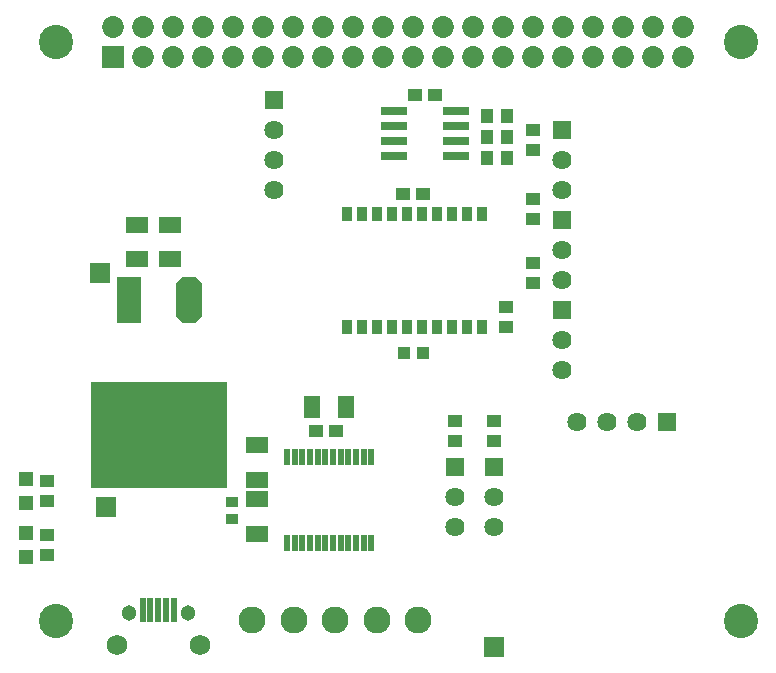
<source format=gts>
G04 Layer_Color=8388736*
%FSLAX44Y44*%
%MOMM*%
G71*
G01*
G75*
%ADD55R,11.5316X8.9916*%
%ADD56R,2.1336X3.9116*%
G04:AMPARAMS|DCode=57|XSize=2.1336mm|YSize=3.9116mm|CornerRadius=0mm|HoleSize=0mm|Usage=FLASHONLY|Rotation=0.000|XOffset=0mm|YOffset=0mm|HoleType=Round|Shape=Octagon|*
%AMOCTAGOND57*
4,1,8,-0.5334,1.9558,0.5334,1.9558,1.0668,1.4224,1.0668,-1.4224,0.5334,-1.9558,-0.5334,-1.9558,-1.0668,-1.4224,-1.0668,1.4224,-0.5334,1.9558,0.0*
%
%ADD57OCTAGOND57*%

%ADD58R,1.9016X1.4016*%
%ADD59R,0.8636X1.2446*%
%ADD60R,1.4016X1.9016*%
%ADD61R,1.0016X0.9016*%
%ADD62R,1.1016X1.1016*%
%ADD63R,0.5017X2.1016*%
%ADD64R,1.2017X1.1016*%
%ADD65R,1.2017X1.1016*%
%ADD66R,1.3015X1.3015*%
%ADD67R,1.1016X1.2017*%
%ADD68R,2.3015X0.7016*%
%ADD69R,0.5017X1.3515*%
%ADD70R,1.7016X1.7016*%
%ADD71C,1.3017*%
%ADD72C,1.7517*%
%ADD73R,1.6256X1.6256*%
%ADD74C,1.6256*%
%ADD75R,1.6256X1.6256*%
%ADD76C,2.2860*%
%ADD77R,1.8517X1.8517*%
%ADD78C,1.8517*%
%ADD79C,2.9017*%
D55*
X377016Y466388D02*
D03*
D56*
X351616Y580700D02*
D03*
D57*
X402416D02*
D03*
D58*
X459740Y383010D02*
D03*
Y412010D02*
D03*
X459740Y457730D02*
D03*
Y428730D02*
D03*
X358140Y644420D02*
D03*
Y615420D02*
D03*
X386080Y644420D02*
D03*
Y615420D02*
D03*
D59*
X535940Y558292D02*
D03*
X548640D02*
D03*
X561340D02*
D03*
X574040D02*
D03*
X586740D02*
D03*
X599440D02*
D03*
X612140D02*
D03*
X624840D02*
D03*
X637540D02*
D03*
X650240D02*
D03*
X637540Y653542D02*
D03*
X650240Y653288D02*
D03*
X624840Y653542D02*
D03*
X612140D02*
D03*
X599440D02*
D03*
X586740D02*
D03*
X574040D02*
D03*
X561340D02*
D03*
X548640D02*
D03*
X535940D02*
D03*
D60*
X535200Y490220D02*
D03*
X506200D02*
D03*
D61*
X438150Y409590D02*
D03*
Y395590D02*
D03*
D62*
X599820Y535940D02*
D03*
X583820D02*
D03*
D63*
X375920Y318501D02*
D03*
X382420D02*
D03*
X388920D02*
D03*
X369420D02*
D03*
X362920D02*
D03*
D64*
X693420Y612140D02*
D03*
Y595142D02*
D03*
Y666359D02*
D03*
Y649361D02*
D03*
Y707781D02*
D03*
Y724779D02*
D03*
X627380Y478399D02*
D03*
Y461401D02*
D03*
X660400Y478399D02*
D03*
Y461401D02*
D03*
X281940Y427599D02*
D03*
Y410601D02*
D03*
Y381879D02*
D03*
Y364881D02*
D03*
X670560Y557921D02*
D03*
Y574919D02*
D03*
D65*
X610479Y754380D02*
D03*
X593481D02*
D03*
X509661Y469900D02*
D03*
X526659D02*
D03*
X600319Y670560D02*
D03*
X583321D02*
D03*
D66*
X264160Y408600D02*
D03*
Y429600D02*
D03*
Y383880D02*
D03*
Y362880D02*
D03*
D67*
X671439Y701040D02*
D03*
X654441D02*
D03*
X671439Y718820D02*
D03*
X654441D02*
D03*
X671439Y736600D02*
D03*
X654441D02*
D03*
D68*
X575981Y727710D02*
D03*
X627979D02*
D03*
X575981Y740410D02*
D03*
Y715010D02*
D03*
Y702310D02*
D03*
X627979Y740410D02*
D03*
Y715010D02*
D03*
Y702310D02*
D03*
D69*
X484949Y375229D02*
D03*
X491449D02*
D03*
X497949D02*
D03*
X504449D02*
D03*
X510949D02*
D03*
X517449D02*
D03*
X523951D02*
D03*
X530451D02*
D03*
X536951D02*
D03*
X543451D02*
D03*
X549951D02*
D03*
X556451D02*
D03*
Y447731D02*
D03*
X549951D02*
D03*
X543451D02*
D03*
X536951D02*
D03*
X530451D02*
D03*
X523951D02*
D03*
X517449D02*
D03*
X510949D02*
D03*
X504449D02*
D03*
X497949D02*
D03*
X491449D02*
D03*
X484949D02*
D03*
D70*
X331470Y405130D02*
D03*
X660400Y287020D02*
D03*
X326390Y603250D02*
D03*
D71*
X400921Y315501D02*
D03*
X350919D02*
D03*
D72*
X340919Y288501D02*
D03*
X410921D02*
D03*
D73*
X806450Y477200D02*
D03*
D74*
X781050D02*
D03*
X755650D02*
D03*
X730250D02*
D03*
X717550Y547050D02*
D03*
Y521650D02*
D03*
Y623250D02*
D03*
Y597850D02*
D03*
Y699450D02*
D03*
Y674050D02*
D03*
X627380Y414020D02*
D03*
Y388620D02*
D03*
X660400Y414020D02*
D03*
Y388620D02*
D03*
X473710Y724850D02*
D03*
Y699450D02*
D03*
Y674050D02*
D03*
D75*
X717550Y572450D02*
D03*
Y648650D02*
D03*
Y724850D02*
D03*
X627380Y439420D02*
D03*
X660400D02*
D03*
X473710Y750250D02*
D03*
D76*
X595780Y309880D02*
D03*
X560781D02*
D03*
X525780D02*
D03*
X490779D02*
D03*
X455780D02*
D03*
D77*
X337701Y786300D02*
D03*
D78*
Y811700D02*
D03*
X363101Y786300D02*
D03*
Y811700D02*
D03*
X388501Y786300D02*
D03*
Y811700D02*
D03*
X413901Y786300D02*
D03*
Y811700D02*
D03*
X439301Y786300D02*
D03*
Y811700D02*
D03*
X464701Y786300D02*
D03*
Y811700D02*
D03*
X490101Y786300D02*
D03*
Y811700D02*
D03*
X515501Y786300D02*
D03*
Y811700D02*
D03*
X540901Y786300D02*
D03*
Y811700D02*
D03*
X566301Y786300D02*
D03*
Y811700D02*
D03*
X591701Y786300D02*
D03*
Y811700D02*
D03*
X617101Y786300D02*
D03*
Y811700D02*
D03*
X642501Y786300D02*
D03*
Y811700D02*
D03*
X667901Y786300D02*
D03*
Y811700D02*
D03*
X693301Y786300D02*
D03*
Y811700D02*
D03*
X718701Y786300D02*
D03*
Y811700D02*
D03*
X744101Y786300D02*
D03*
Y811700D02*
D03*
X769501Y786300D02*
D03*
Y811700D02*
D03*
X794901Y786300D02*
D03*
Y811700D02*
D03*
X820301Y786300D02*
D03*
Y811700D02*
D03*
D79*
X289001Y309001D02*
D03*
X869000Y799000D02*
D03*
Y309001D02*
D03*
X289001Y799000D02*
D03*
M02*

</source>
